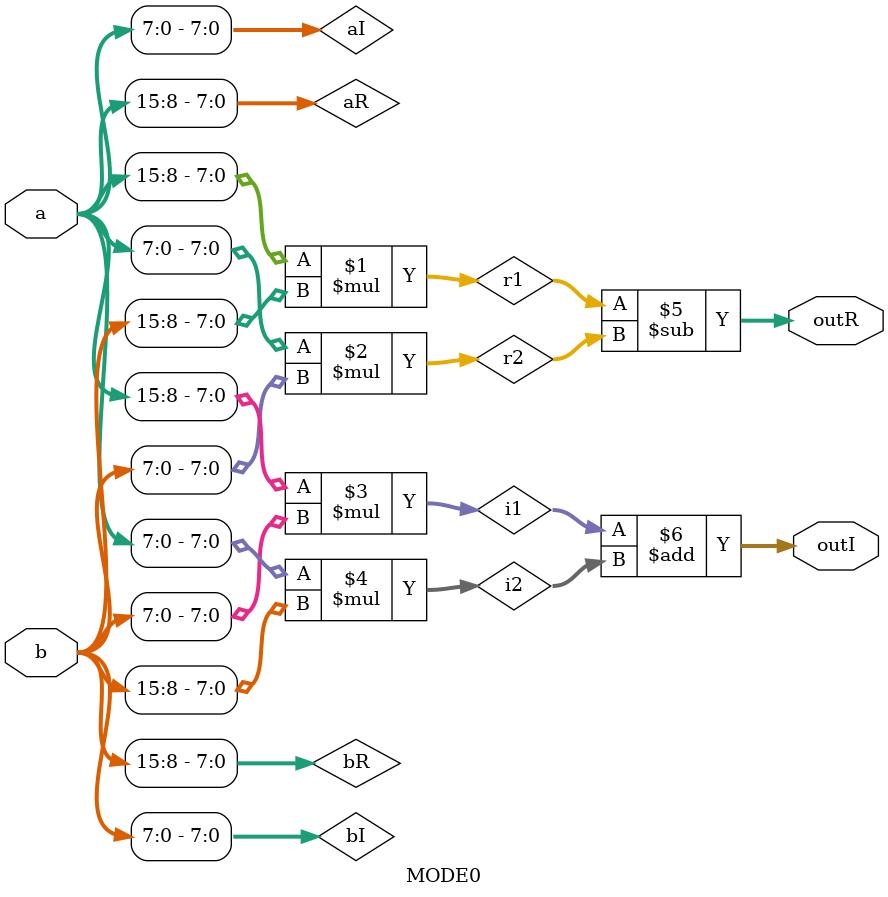
<source format=v>
module MODE0(outR, outI, a, b);
input [15:0] a, b;
output signed [17:0] outR, outI;
wire signed [7:0] aR, aI;
wire signed [7:0] bR, bI;
wire signed [17:0] r1, r2;
wire signed [17:0] i1, i2;
assign aR = a[15:8]; assign aI = a[7:0];
assign bR = b[15:8]; assign bI = b[7:0];
assign r1 = aR*bR; assign r2 = aI*bI;
assign i1 = aR*bI; assign i2 = aI*bR;
assign outR = r1 - r2;
assign outI = i1 + i2;
endmodule
</source>
